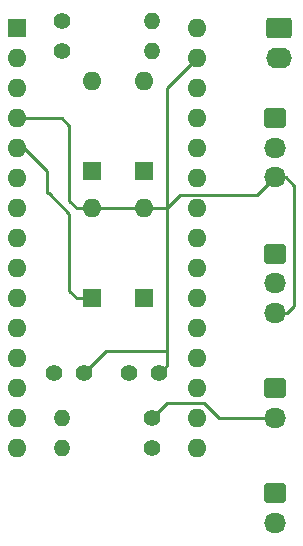
<source format=gbr>
%TF.GenerationSoftware,KiCad,Pcbnew,(6.0.4)*%
%TF.CreationDate,2022-09-13T00:35:04+09:00*%
%TF.ProjectId,MultiMeter,4d756c74-694d-4657-9465-722e6b696361,rev?*%
%TF.SameCoordinates,Original*%
%TF.FileFunction,Copper,L2,Bot*%
%TF.FilePolarity,Positive*%
%FSLAX46Y46*%
G04 Gerber Fmt 4.6, Leading zero omitted, Abs format (unit mm)*
G04 Created by KiCad (PCBNEW (6.0.4)) date 2022-09-13 00:35:04*
%MOMM*%
%LPD*%
G01*
G04 APERTURE LIST*
G04 Aperture macros list*
%AMRoundRect*
0 Rectangle with rounded corners*
0 $1 Rounding radius*
0 $2 $3 $4 $5 $6 $7 $8 $9 X,Y pos of 4 corners*
0 Add a 4 corners polygon primitive as box body*
4,1,4,$2,$3,$4,$5,$6,$7,$8,$9,$2,$3,0*
0 Add four circle primitives for the rounded corners*
1,1,$1+$1,$2,$3*
1,1,$1+$1,$4,$5*
1,1,$1+$1,$6,$7*
1,1,$1+$1,$8,$9*
0 Add four rect primitives between the rounded corners*
20,1,$1+$1,$2,$3,$4,$5,0*
20,1,$1+$1,$4,$5,$6,$7,0*
20,1,$1+$1,$6,$7,$8,$9,0*
20,1,$1+$1,$8,$9,$2,$3,0*%
G04 Aperture macros list end*
%TA.AperFunction,ComponentPad*%
%ADD10R,1.600000X1.600000*%
%TD*%
%TA.AperFunction,ComponentPad*%
%ADD11O,1.600000X1.600000*%
%TD*%
%TA.AperFunction,ComponentPad*%
%ADD12C,1.400000*%
%TD*%
%TA.AperFunction,ComponentPad*%
%ADD13RoundRect,0.250000X-0.675000X0.600000X-0.675000X-0.600000X0.675000X-0.600000X0.675000X0.600000X0*%
%TD*%
%TA.AperFunction,ComponentPad*%
%ADD14O,1.850000X1.700000*%
%TD*%
%TA.AperFunction,ComponentPad*%
%ADD15O,1.400000X1.400000*%
%TD*%
%TA.AperFunction,ComponentPad*%
%ADD16RoundRect,0.250000X-0.845000X0.620000X-0.845000X-0.620000X0.845000X-0.620000X0.845000X0.620000X0*%
%TD*%
%TA.AperFunction,ComponentPad*%
%ADD17O,2.190000X1.740000*%
%TD*%
%TA.AperFunction,Conductor*%
%ADD18C,0.250000*%
%TD*%
G04 APERTURE END LIST*
D10*
%TO.P,A1,1,D1/TX*%
%TO.N,unconnected-(A1-Pad1)*%
X42545000Y-26035000D03*
D11*
%TO.P,A1,2,D0/RX*%
%TO.N,unconnected-(A1-Pad2)*%
X42545000Y-28575000D03*
%TO.P,A1,3,~{RESET}*%
%TO.N,unconnected-(A1-Pad3)*%
X42545000Y-31115000D03*
%TO.P,A1,4,GND*%
%TO.N,Net-(A1-Pad29)*%
X42545000Y-33655000D03*
%TO.P,A1,5,D2*%
%TO.N,Net-(A1-Pad5)*%
X42545000Y-36195000D03*
%TO.P,A1,6,D3*%
%TO.N,Net-(A1-Pad6)*%
X42545000Y-38735000D03*
%TO.P,A1,7,D4*%
%TO.N,unconnected-(A1-Pad7)*%
X42545000Y-41275000D03*
%TO.P,A1,8,D5*%
%TO.N,unconnected-(A1-Pad8)*%
X42545000Y-43815000D03*
%TO.P,A1,9,D6*%
%TO.N,unconnected-(A1-Pad9)*%
X42545000Y-46355000D03*
%TO.P,A1,10,D7*%
%TO.N,unconnected-(A1-Pad10)*%
X42545000Y-48895000D03*
%TO.P,A1,11,D8*%
%TO.N,unconnected-(A1-Pad11)*%
X42545000Y-51435000D03*
%TO.P,A1,12,D9*%
%TO.N,unconnected-(A1-Pad12)*%
X42545000Y-53975000D03*
%TO.P,A1,13,D10*%
%TO.N,unconnected-(A1-Pad13)*%
X42545000Y-56515000D03*
%TO.P,A1,14,D11*%
%TO.N,unconnected-(A1-Pad14)*%
X42545000Y-59055000D03*
%TO.P,A1,15,D12*%
%TO.N,unconnected-(A1-Pad15)*%
X42545000Y-61595000D03*
%TO.P,A1,16,D13*%
%TO.N,unconnected-(A1-Pad16)*%
X57785000Y-61595000D03*
%TO.P,A1,17,3V3*%
%TO.N,unconnected-(A1-Pad17)*%
X57785000Y-59055000D03*
%TO.P,A1,18,AREF*%
%TO.N,unconnected-(A1-Pad18)*%
X57785000Y-56515000D03*
%TO.P,A1,19,A0*%
%TO.N,unconnected-(A1-Pad19)*%
X57785000Y-53975000D03*
%TO.P,A1,20,A1*%
%TO.N,Net-(A1-Pad20)*%
X57785000Y-51435000D03*
%TO.P,A1,21,A2*%
%TO.N,Net-(A1-Pad21)*%
X57785000Y-48895000D03*
%TO.P,A1,22,A3*%
%TO.N,Net-(A1-Pad22)*%
X57785000Y-46355000D03*
%TO.P,A1,23,A4*%
%TO.N,Net-(A1-Pad23)*%
X57785000Y-43815000D03*
%TO.P,A1,24,A5*%
%TO.N,unconnected-(A1-Pad24)*%
X57785000Y-41275000D03*
%TO.P,A1,25,A6*%
%TO.N,unconnected-(A1-Pad25)*%
X57785000Y-38735000D03*
%TO.P,A1,26,A7*%
%TO.N,unconnected-(A1-Pad26)*%
X57785000Y-36195000D03*
%TO.P,A1,27,+5V*%
%TO.N,Net-(A1-Pad27)*%
X57785000Y-33655000D03*
%TO.P,A1,28,~{RESET}*%
%TO.N,unconnected-(A1-Pad28)*%
X57785000Y-31115000D03*
%TO.P,A1,29,GND*%
%TO.N,Net-(A1-Pad29)*%
X57785000Y-28575000D03*
%TO.P,A1,30,VIN*%
%TO.N,unconnected-(A1-Pad30)*%
X57785000Y-26035000D03*
%TD*%
D10*
%TO.P,D1,1,K*%
%TO.N,Net-(A1-Pad5)*%
X48895000Y-48895000D03*
D11*
%TO.P,D1,2,A*%
%TO.N,Net-(A1-Pad29)*%
X48895000Y-41275000D03*
%TD*%
D12*
%TO.P,C2,1*%
%TO.N,Net-(A1-Pad6)*%
X52090000Y-55245000D03*
%TO.P,C2,2*%
%TO.N,Net-(A1-Pad29)*%
X54590000Y-55245000D03*
%TD*%
D10*
%TO.P,D3,1,K*%
%TO.N,Net-(A1-Pad6)*%
X53340000Y-48895000D03*
D11*
%TO.P,D3,2,A*%
%TO.N,Net-(A1-Pad29)*%
X53340000Y-41275000D03*
%TD*%
D13*
%TO.P,J2,1,Pin_1*%
%TO.N,Net-(A1-Pad27)*%
X64432500Y-56515000D03*
D14*
%TO.P,J2,2,Pin_2*%
%TO.N,Net-(A1-Pad21)*%
X64432500Y-59015000D03*
%TD*%
D12*
%TO.P,C1,1*%
%TO.N,Net-(A1-Pad5)*%
X45740000Y-55245000D03*
%TO.P,C1,2*%
%TO.N,Net-(A1-Pad29)*%
X48240000Y-55245000D03*
%TD*%
%TO.P,R4,1*%
%TO.N,Net-(A1-Pad6)*%
X46355000Y-27940000D03*
D15*
%TO.P,R4,2*%
%TO.N,Net-(J5-Pad2)*%
X53975000Y-27940000D03*
%TD*%
D16*
%TO.P,J5,1,Pin_1*%
%TO.N,Net-(J5-Pad1)*%
X64750000Y-26035000D03*
D17*
%TO.P,J5,2,Pin_2*%
%TO.N,Net-(J5-Pad2)*%
X64750000Y-28575000D03*
%TD*%
D13*
%TO.P,J3,1,Pin_1*%
%TO.N,Net-(A1-Pad27)*%
X64432500Y-45092500D03*
D14*
%TO.P,J3,2,Pin_2*%
%TO.N,Net-(A1-Pad22)*%
X64432500Y-47592500D03*
%TO.P,J3,3,Pin_3*%
%TO.N,Net-(A1-Pad29)*%
X64432500Y-50092500D03*
%TD*%
D13*
%TO.P,J1,1,Pin_1*%
%TO.N,Net-(A1-Pad27)*%
X64432500Y-65405000D03*
D14*
%TO.P,J1,2,Pin_2*%
%TO.N,Net-(A1-Pad20)*%
X64432500Y-67905000D03*
%TD*%
D13*
%TO.P,J4,1,Pin_1*%
%TO.N,Net-(A1-Pad27)*%
X64412500Y-33655000D03*
D14*
%TO.P,J4,2,Pin_2*%
%TO.N,Net-(A1-Pad23)*%
X64412500Y-36155000D03*
%TO.P,J4,3,Pin_3*%
%TO.N,Net-(A1-Pad29)*%
X64412500Y-38655000D03*
%TD*%
D12*
%TO.P,R2,1*%
%TO.N,Net-(A1-Pad21)*%
X53975000Y-59055000D03*
D15*
%TO.P,R2,2*%
%TO.N,Net-(A1-Pad29)*%
X46355000Y-59055000D03*
%TD*%
D10*
%TO.P,D4,1,K*%
%TO.N,Net-(A1-Pad27)*%
X53340000Y-38100000D03*
D11*
%TO.P,D4,2,A*%
%TO.N,Net-(A1-Pad6)*%
X53340000Y-30480000D03*
%TD*%
D12*
%TO.P,R3,1*%
%TO.N,Net-(A1-Pad5)*%
X46355000Y-25400000D03*
D15*
%TO.P,R3,2*%
%TO.N,Net-(J5-Pad1)*%
X53975000Y-25400000D03*
%TD*%
D12*
%TO.P,R1,1*%
%TO.N,Net-(A1-Pad20)*%
X53975000Y-61595000D03*
D15*
%TO.P,R1,2*%
%TO.N,Net-(A1-Pad29)*%
X46355000Y-61595000D03*
%TD*%
D10*
%TO.P,D2,1,K*%
%TO.N,Net-(A1-Pad27)*%
X48895000Y-38100000D03*
D11*
%TO.P,D2,2,A*%
%TO.N,Net-(A1-Pad5)*%
X48895000Y-30480000D03*
%TD*%
D18*
%TO.N,Net-(A1-Pad29)*%
X57785000Y-28575000D02*
X55245000Y-31115000D01*
X48240000Y-55245000D02*
X50145000Y-53340000D01*
X48895000Y-41275000D02*
X47625000Y-41275000D01*
X55245000Y-41275000D02*
X55245000Y-53340000D01*
X46990000Y-34290000D02*
X46355000Y-33655000D01*
X65325000Y-38655000D02*
X66040000Y-39370000D01*
X53340000Y-41275000D02*
X48895000Y-41275000D01*
X56369511Y-40150489D02*
X55245000Y-41275000D01*
X66040000Y-49530000D02*
X65405000Y-50165000D01*
X50145000Y-53340000D02*
X55245000Y-53340000D01*
X46990000Y-40640000D02*
X46990000Y-34290000D01*
X55245000Y-54590000D02*
X54590000Y-55245000D01*
X47625000Y-41275000D02*
X46990000Y-40640000D01*
X64412500Y-38655000D02*
X65325000Y-38655000D01*
X64412500Y-38655000D02*
X62917011Y-40150489D01*
X62917011Y-40150489D02*
X56369511Y-40150489D01*
X55245000Y-53340000D02*
X55245000Y-54590000D01*
X53340000Y-41275000D02*
X55245000Y-41275000D01*
X46355000Y-33655000D02*
X42545000Y-33655000D01*
X55245000Y-31115000D02*
X55245000Y-41275000D01*
X65405000Y-50165000D02*
X64505000Y-50165000D01*
X66040000Y-39370000D02*
X66040000Y-49530000D01*
%TO.N,Net-(A1-Pad5)*%
X45085000Y-38100000D02*
X43180000Y-36195000D01*
X47625000Y-48895000D02*
X46990000Y-48260000D01*
X46990000Y-41731122D02*
X45263878Y-40005000D01*
X46990000Y-48260000D02*
X46990000Y-41731122D01*
X48895000Y-48895000D02*
X47625000Y-48895000D01*
X45263878Y-40005000D02*
X45085000Y-40005000D01*
X45085000Y-40005000D02*
X45085000Y-38100000D01*
%TO.N,Net-(A1-Pad21)*%
X55245000Y-57785000D02*
X58420000Y-57785000D01*
X58420000Y-57785000D02*
X59650000Y-59015000D01*
X53975000Y-59055000D02*
X55245000Y-57785000D01*
X59650000Y-59015000D02*
X64432500Y-59015000D01*
%TD*%
M02*

</source>
